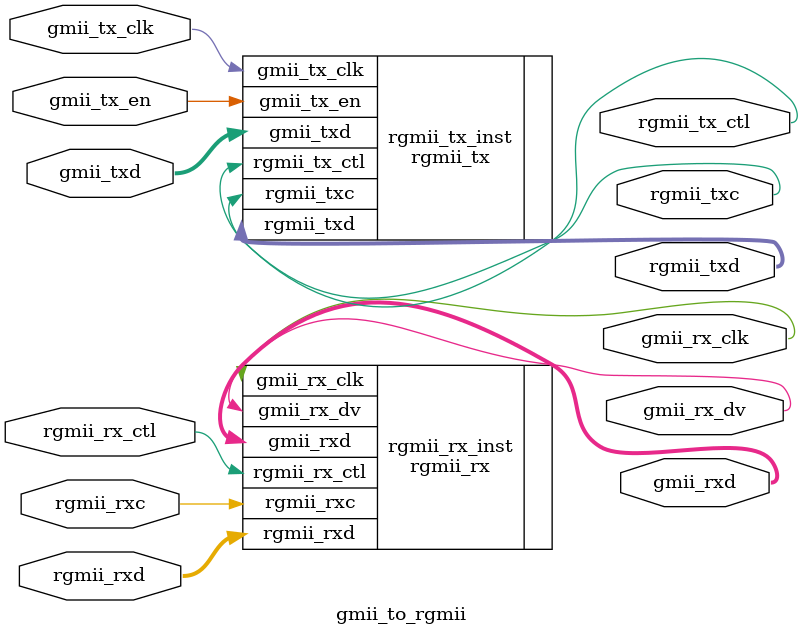
<source format=v>
/*
    gmii_to_rgmii gmii_to_rgmii_inst(
        .rgmii_rxc		(rgmii_rxc),   //RGMII接收时钟				input wire 		    
        .rgmii_rx_ctl	(rgmii_rx_ctl),   //RGMII接收数据控制信号	input wire 		    	
        .rgmii_rxd		(rgmii_rxd),   //RGMII接收数据				input wire [3:0] 	

        .gmii_rx_clk	(gmii_rx_clk),    //GMII接收时钟			output wire 		
        .gmii_rx_dv		(gmii_rx_dv),     //GMII接收数据有效信号	output wire 		
        .gmii_rxd		(gmii_rxd),  //GMII接收数据				output wire [7:0] 	

        .gmii_tx_clk	(gmii_tx_clk),    //GMII发送时钟				input wire 			
        .gmii_tx_en		(gmii_tx_en),     //GMII发送数据有效信号		input wire 				
        .gmii_txd		(gmii_txd),   //GMII发送数据					input wire [7:0] 	

        .rgmii_txc		(rgmii_txc),      //RGMII发送时钟			output wire 			
        .rgmii_tx_ctl	(rgmii_tx_ctl),    //RGMII发送数据控制信号	output wire 				
        .rgmii_txd		(rgmii_txd)			//RGMII输出数据			output wire [3:0] 	
	);
*/  
module gmii_to_rgmii(input wire 		rgmii_rxc	,   //RGMII接收时钟
                     input wire 		rgmii_rx_ctl,   //RGMII接收数据控制信号
                     input wire [3:0] 	rgmii_rxd	,   //RGMII接收数据

                     output wire 		gmii_rx_clk	,    //GMII接收时钟
                     output wire 		gmii_rx_dv	,     //GMII接收数据有效信号
                     output wire [7:0] 	gmii_rxd	,  //GMII接收数据

                     input wire 		gmii_tx_clk	,    //GMII发送时钟
                     input wire 		gmii_tx_en	,     //GMII发送数据有效信号
                     input wire [7:0] 	gmii_txd	,   //GMII发送数据

                     output wire 		rgmii_txc	,      //RGMII发送时钟
                     output wire 		rgmii_tx_ctl,    //RGMII发送数据控制信号
                     output wire [3:0] 	rgmii_txd           //RGMII 发送数据
                     );

    rgmii_rx rgmii_rx_inst(
    //以太网RGMII接口
    .rgmii_rxc	    (rgmii_rxc),//RGMII接收时钟        input wire
    .rgmii_rx_ctl   (rgmii_rx_ctl),//RGMII接收数据控制信号 input wire
    .rgmii_rxd	    (rgmii_rxd),//RGMII接收数据        input wire [3:0]
    //以太网GMII接口
    .gmii_rx_clk    (gmii_rx_clk),//GMII接收时钟        output wire
    .gmii_rx_dv	    (gmii_rx_dv),//GMII接收数据有效信号 output wire
    .gmii_rxd	    (gmii_rxd) //GMII接收数据        output wire [7:0]
    );
    
    rgmii_tx rgmii_tx_inst(
    //GMII发送端口
    .gmii_tx_clk (gmii_tx_clk),//GMII发送时钟        input
    .gmii_tx_en  (gmii_tx_en),//GMII输出数据有效信号    input
    .gmii_txd    (gmii_txd),//GMII输出数据        input   [7:0]
    //RGMII发送端口
    .rgmii_txc   (rgmii_txc),//RGMII发送数据时钟       output
    .rgmii_tx_ctl(rgmii_tx_ctl),//RGMII输出数据有效信号    output
    .rgmii_txd   (rgmii_txd) //RGMII输出数据           output  [3:0]
    );
    
endmodule

</source>
